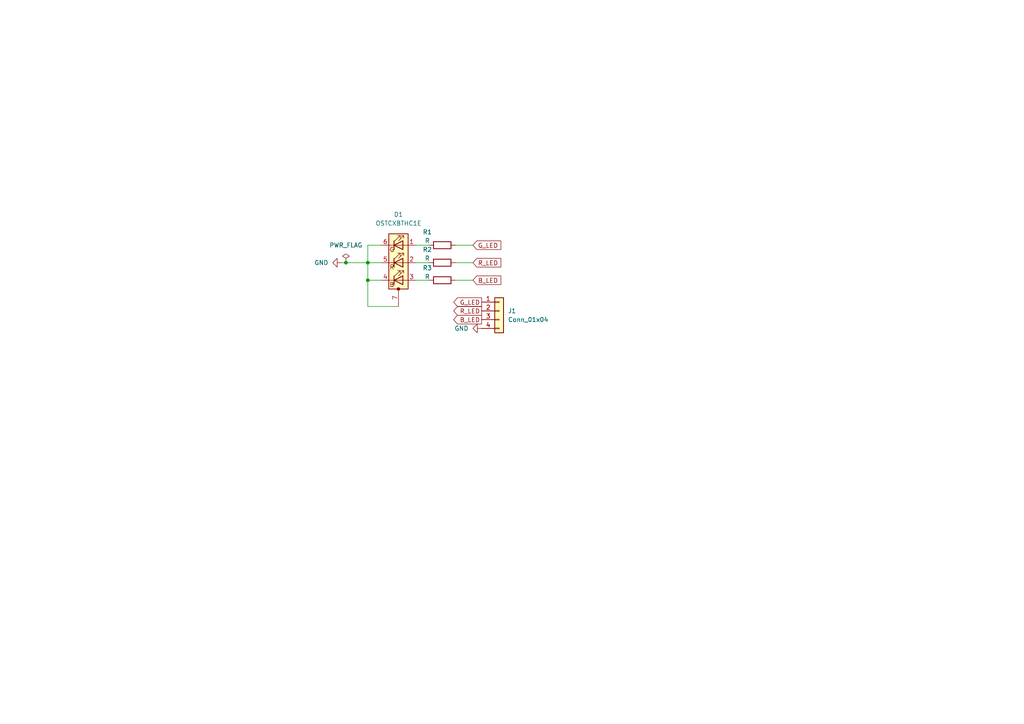
<source format=kicad_sch>
(kicad_sch (version 20231120) (generator "eeschema") (generator_version "8.0")
  (paper "A4")
  (lib_symbols
    (symbol "Connector_Generic:Conn_01x04" (pin_names (offset 1.016) hide)
      (property "Reference" "J" (at 0 5.08 0))
      (property "Value" "Conn_01x04" (at 0 -7.62 0))
      (symbol "Conn_01x04_1_1"
        (rectangle (start -1.27 -4.953) (end 0 -5.207) (stroke (width 0.1524)))
        (rectangle (start -1.27 -2.413) (end 0 -2.667) (stroke (width 0.1524)))
        (rectangle (start -1.27 0.127) (end 0 -0.127) (stroke (width 0.1524)))
        (rectangle (start -1.27 2.667) (end 0 2.413) (stroke (width 0.1524)))
        (rectangle (start -1.27 3.81) (end 1.27 -6.35) (stroke (width 0.254)) (fill (type background)))
        (pin passive line (at -5.08 2.54 0) (length 3.81) (name "Pin_1") (number "1"))
        (pin passive line (at -5.08 0 0) (length 3.81) (name "Pin_2") (number "2"))
        (pin passive line (at -5.08 -2.54 0) (length 3.81) (name "Pin_3") (number "3"))
        (pin passive line (at -5.08 -5.08 0) (length 3.81) (name "Pin_4") (number "4"))
      )
    )
    (symbol "Device:R" (pin_numbers hide) (pin_names (offset 0))
      (property "Reference" "R" (at 2.032 0 90))
      (property "Value" "R" (at 0 0 90))
      (symbol "R_0_1"
        (rectangle (start -1.016 -2.54) (end 1.016 2.54) (stroke (width 0.254)))
      )
      (symbol "R_1_1"
        (pin passive line (at 0 3.81 270) (length 1.27) (name "~") (number "1"))
        (pin passive line (at 0 -3.81 90) (length 1.27) (name "~") (number "2"))
      )
    )
    (symbol "PowerLED:OSTCXBTHC1E" (pin_names (offset 0) hide)
      (property "Reference" "D" (at 0 11.43 0))
      (property "Value" "OSTCXBTHC1E" (at 0 9.398 0))
      (symbol "OSTCXBTHC1E_0_0"
        (text "B" (at -1.905 -6.35 0) (effects (font (size 1.27 1.27))))
        (text "G" (at -1.905 3.81 0) (effects (font (size 1.27 1.27))))
        (text "R" (at -1.905 -1.27 0) (effects (font (size 1.27 1.27))))
      )
      (symbol "OSTCXBTHC1E_0_1"
        (circle (center 0 -7.62) (radius 0.3556) (stroke (width 0.254)) (fill (type outline)))
        (polyline (pts (xy -1.27 -5.08) (xy -2.54 -5.08)))
        (polyline (pts (xy -1.27 -3.81) (xy -1.27 -6.35)) (stroke (width 0.254)))
        (polyline (pts (xy -1.27 0) (xy -2.54 0)))
        (polyline (pts (xy -1.27 1.27) (xy -1.27 -1.27)) (stroke (width 0.254)))
        (polyline (pts (xy -1.27 5.08) (xy -2.54 5.08)))
        (polyline (pts (xy -1.27 5.08) (xy 1.27 5.08)))
        (polyline (pts (xy -1.27 6.35) (xy -1.27 3.81)) (stroke (width 0.254)))
        (polyline (pts (xy -1.016 0) (xy 1.27 0)))
        (polyline (pts (xy 1.27 -5.08) (xy -1.27 -5.08)))
        (polyline (pts (xy 1.27 -5.08) (xy 2.54 -5.08)))
        (polyline (pts (xy 1.27 5.08) (xy 2.54 5.08)))
        (polyline (pts (xy 2.54 0) (xy 1.27 0)))
        (polyline (pts (xy -1.27 1.27) (xy -1.27 -1.27) (xy -1.27 -1.27)))
        (polyline (pts (xy -1.27 6.35) (xy -1.27 3.81) (xy -1.27 3.81)))
        (polyline (pts (xy 1.27 -3.81) (xy 1.27 -6.35) (xy -1.27 -5.08) (xy 1.27 -3.81)) (stroke (width 0.254)))
        (polyline (pts (xy 1.27 1.27) (xy 1.27 -1.27) (xy -1.27 0) (xy 1.27 1.27)) (stroke (width 0.254)))
        (polyline (pts (xy 1.27 6.35) (xy 1.27 3.81) (xy -1.27 5.08) (xy 1.27 6.35)) (stroke (width 0.254)))
        (polyline (pts (xy -1.016 -3.81) (xy 0.508 -2.286) (xy -0.254 -2.286) (xy 0.508 -2.286) (xy 0.508 -3.048)))
        (polyline (pts (xy -1.016 1.27) (xy 0.508 2.794) (xy -0.254 2.794) (xy 0.508 2.794) (xy 0.508 2.032)))
        (polyline (pts (xy -1.016 6.35) (xy 0.508 7.874) (xy -0.254 7.874) (xy 0.508 7.874) (xy 0.508 7.112)))
        (polyline (pts (xy 0 -3.81) (xy 1.524 -2.286) (xy 0.762 -2.286) (xy 1.524 -2.286) (xy 1.524 -3.048)))
        (polyline (pts (xy 0 1.27) (xy 1.524 2.794) (xy 0.762 2.794) (xy 1.524 2.794) (xy 1.524 2.032)))
        (polyline (pts (xy 0 6.35) (xy 1.524 7.874) (xy 0.762 7.874) (xy 1.524 7.874) (xy 1.524 7.112)))
        (rectangle (start 1.27 -1.27) (end 1.27 1.27))
        (rectangle (start 1.27 1.27) (end 1.27 1.27))
        (rectangle (start 1.27 3.81) (end 1.27 6.35))
        (rectangle (start 1.27 6.35) (end 1.27 6.35))
        (rectangle (start 2.794 8.382) (end -2.794 -7.62) (stroke (width 0.254)) (fill (type background)))
      )
      (symbol "OSTCXBTHC1E_1_1"
        (pin passive line (at 5.08 5.08 180) (length 2.54) (name "GA") (number "1"))
        (pin passive line (at 5.08 0 180) (length 2.54) (name "RA") (number "2"))
        (pin passive line (at 5.08 -5.08 180) (length 2.54) (name "BA") (number "3"))
        (pin passive line (at -5.08 -5.08 0) (length 2.54) (name "BK") (number "4"))
        (pin passive line (at -5.08 0 0) (length 2.54) (name "RK") (number "5"))
        (pin passive line (at -5.08 5.08 0) (length 2.54) (name "GK") (number "6"))
        (pin passive line (at 0 -12.7 90) (length 5.08) (name "PAD") (number "7"))
      )
    )
    (symbol "power:GND" (power) (pin_numbers hide) (pin_names (offset 0) hide)
      (property "Value" "GND" (at 0 -3.81 0))
      (symbol "GND_0_1"
        (polyline (pts (xy 0 0) (xy 0 -1.27) (xy 1.27 -1.27) (xy 0 -2.54) (xy -1.27 -1.27) (xy 0 -1.27)))
      )
      (symbol "GND_1_1"
        (pin power_in line (at 0 0 270) (length 0) (name "~") (number "1"))
      )
    )
    (symbol "power:PWR_FLAG" (power) (pin_numbers hide) (pin_names (offset 0) hide)
      (property "Value" "PWR_FLAG" (at 0 3.81 0))
      (symbol "PWR_FLAG_0_0"
        (pin power_out line (at 0 0 90) (length 0) (name "~") (number "1"))
      )
      (symbol "PWR_FLAG_0_1"
        (polyline (pts (xy 0 0) (xy 0 1.27) (xy -1.016 1.905) (xy 0 2.54) (xy 1.016 1.905) (xy 0 1.27)))
      )
    )
  )
  (junction (at 106.68 76.2))
  (junction (at 100.33 76.2))
  (junction (at 106.68 81.28))
  (wire (pts (xy 120.65 81.28) (xy 124.46 81.28)))
  (wire (pts (xy 99.06 76.2) (xy 100.33 76.2)))
  (wire (pts (xy 106.68 88.9) (xy 115.57 88.9)))
  (wire (pts (xy 106.68 81.28) (xy 106.68 76.2)))
  (wire (pts (xy 132.08 76.2) (xy 137.16 76.2)))
  (wire (pts (xy 120.65 76.2) (xy 124.46 76.2)))
  (wire (pts (xy 106.68 71.12) (xy 106.68 76.2)))
  (wire (pts (xy 106.68 81.28) (xy 106.68 88.9)))
  (wire (pts (xy 120.65 71.12) (xy 124.46 71.12)))
  (wire (pts (xy 106.68 71.12) (xy 110.49 71.12)))
  (wire (pts (xy 100.33 76.2) (xy 106.68 76.2)))
  (wire (pts (xy 106.68 81.28) (xy 110.49 81.28)))
  (wire (pts (xy 132.08 71.12) (xy 137.16 71.12)))
  (wire (pts (xy 132.08 81.28) (xy 137.16 81.28)))
  (wire (pts (xy 106.68 76.2) (xy 110.49 76.2)))
  (global_label "R_LED" (shape output) (at 139.7 90.17 180) (property "Intersheetrefs" "${INTERSHEET_REFS}" (effects (hide yes))))
  (global_label "G_LED" (shape input) (at 137.16 71.12 0) (property "Intersheetrefs" "${INTERSHEET_REFS}" (effects (hide yes))))
  (global_label "R_LED" (shape input) (at 137.16 76.2 0) (property "Intersheetrefs" "${INTERSHEET_REFS}" (effects (hide yes))))
  (global_label "B_LED" (shape output) (at 139.7 92.71 180) (property "Intersheetrefs" "${INTERSHEET_REFS}" (effects (hide yes))))
  (global_label "G_LED" (shape output) (at 139.7 87.63 180) (property "Intersheetrefs" "${INTERSHEET_REFS}" (effects (hide yes))))
  (global_label "B_LED" (shape input) (at 137.16 81.28 0) (property "Intersheetrefs" "${INTERSHEET_REFS}" (effects (hide yes))))
  (symbol (lib_id "Device:R") (at 128.27 81.28 90) (unit 1)
    (property "Reference" "R3" (at 123.952 77.724 90))
    (property "Value" "R" (at 123.952 80.264 90))
    (property "Footprint" "Resistor_THT:R_Axial_DIN0207_L6.3mm_D2.5mm_P7.62mm_Horizontal" (effects (hide yes)))
    (property "Description" "Resistor" (effects (hide yes)))
  )
  (symbol (lib_id "Connector_Generic:Conn_01x04") (at 144.78 90.17 0) (unit 1)
    (property "Reference" "J1" (at 147.32 90.1699 0) (effects (justify left)))
    (property "Value" "Conn_01x04" (at 147.32 92.7099 0) (effects (justify left)))
    (property "Footprint" "Connector_PinHeader_2.54mm:PinHeader_1x04_P2.54mm_Vertical" (effects (hide yes)))
    (property "Description" "Generic connector, single row, 01x04, script generated (kicad-library-utils/schlib/autogen/connector/)" (effects (hide yes)))
  )
  (symbol (lib_id "PowerLED:OSTCXBTHC1E") (at 115.57 76.2 0) (unit 1)
    (property "Reference" "D1" (at 115.57 62.23 0))
    (property "Value" "OSTCXBTHC1E" (at 115.57 64.77 0))
    (property "Footprint" "PowerLED:OSTCXBTHC1E" (effects (hide yes)))
    (property "Description" "RGB LED, 6 pin package with exposed pad" (effects (hide yes)))
  )
  (symbol (lib_id "power:GND") (at 139.7 95.25 270) (unit 1)
    (property "Reference" "#PWR02" (effects (hide yes)))
    (property "Value" "GND" (at 135.89 95.2499 90) (effects (justify right)))
    (property "Description" "Power symbol creates a global label with name \"GND\" , ground" (effects (hide yes)))
  )
  (symbol (lib_id "Device:R") (at 128.27 71.12 90) (unit 1)
    (property "Reference" "R1" (at 123.952 67.31 90))
    (property "Value" "R" (at 123.952 69.85 90))
    (property "Footprint" "Resistor_THT:R_Axial_DIN0207_L6.3mm_D2.5mm_P7.62mm_Horizontal" (effects (hide yes)))
    (property "Description" "Resistor" (effects (hide yes)))
  )
  (symbol (lib_id "Device:R") (at 128.27 76.2 90) (unit 1)
    (property "Reference" "R2" (at 123.952 72.39 90))
    (property "Value" "R" (at 123.952 74.93 90))
    (property "Footprint" "Resistor_THT:R_Axial_DIN0207_L6.3mm_D2.5mm_P7.62mm_Horizontal" (effects (hide yes)))
    (property "Description" "Resistor" (effects (hide yes)))
  )
  (symbol (lib_id "power:GND") (at 99.06 76.2 270) (unit 1)
    (property "Reference" "#PWR01" (effects (hide yes)))
    (property "Value" "GND" (at 95.25 76.1999 90) (effects (justify right)))
    (property "Description" "Power symbol creates a global label with name \"GND\" , ground" (effects (hide yes)))
  )
  (symbol (lib_id "power:PWR_FLAG") (at 100.33 76.2 0) (unit 1)
    (property "Reference" "#FLG01" (effects (hide yes)))
    (property "Value" "PWR_FLAG" (at 100.33 71.12 0))
    (property "Description" "Special symbol for telling ERC where power comes from" (effects (hide yes)))
  )
)
</source>
